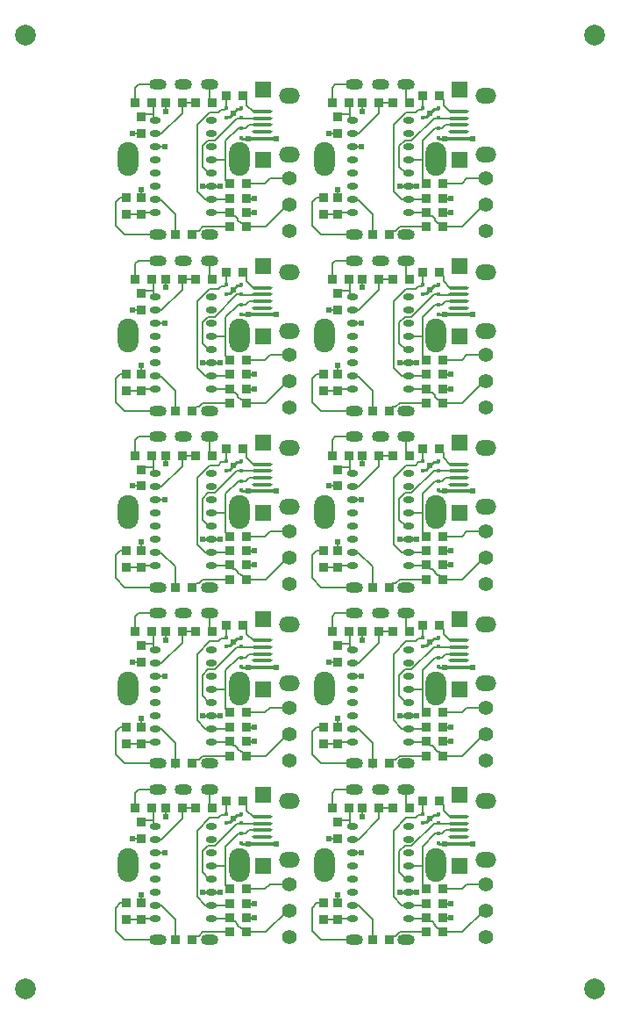
<source format=gbr>
%TF.GenerationSoftware,Altium Limited,Altium Designer,20.1.8 (145)*%
G04 Layer_Physical_Order=2*
G04 Layer_Color=16728128*
%FSLAX45Y45*%
%MOMM*%
%TF.SameCoordinates,0E9F4796-1360-41E2-86C3-8BEED11D2ECA*%
%TF.FilePolarity,Positive*%
%TF.FileFunction,Copper,L2,Bot,Signal*%
%TF.Part,CustomerPanel*%
G01*
G75*
%TA.AperFunction,ComponentPad*%
G04:AMPARAMS|DCode=10|XSize=2mm|YSize=3.25mm|CornerRadius=1mm|HoleSize=0mm|Usage=FLASHONLY|Rotation=180.000|XOffset=0mm|YOffset=0mm|HoleType=Round|Shape=RoundedRectangle|*
%AMROUNDEDRECTD10*
21,1,2.00000,1.25000,0,0,180.0*
21,1,0.00000,3.25000,0,0,180.0*
1,1,2.00000,0.00000,0.62500*
1,1,2.00000,0.00000,0.62500*
1,1,2.00000,0.00000,-0.62500*
1,1,2.00000,0.00000,-0.62500*
%
%ADD10ROUNDEDRECTD10*%
%ADD11O,2.00000X3.25000*%
%ADD12O,1.70000X1.00000*%
%ADD13O,2.00000X1.50000*%
G04:AMPARAMS|DCode=14|XSize=1.4mm|YSize=1.4mm|CornerRadius=0.7mm|HoleSize=0mm|Usage=FLASHONLY|Rotation=270.000|XOffset=0mm|YOffset=0mm|HoleType=Round|Shape=RoundedRectangle|*
%AMROUNDEDRECTD14*
21,1,1.40000,0.00000,0,0,270.0*
21,1,0.00000,1.40000,0,0,270.0*
1,1,1.40000,0.00000,0.00000*
1,1,1.40000,0.00000,0.00000*
1,1,1.40000,0.00000,0.00000*
1,1,1.40000,0.00000,0.00000*
%
%ADD14ROUNDEDRECTD14*%
%TA.AperFunction,ViaPad*%
%ADD15C,0.61000*%
%TA.AperFunction,SMDPad,CuDef*%
%ADD16C,2.00000*%
G04:AMPARAMS|DCode=17|XSize=1.6mm|YSize=1.6mm|CornerRadius=0.008mm|HoleSize=0mm|Usage=FLASHONLY|Rotation=270.000|XOffset=0mm|YOffset=0mm|HoleType=Round|Shape=RoundedRectangle|*
%AMROUNDEDRECTD17*
21,1,1.60000,1.58400,0,0,270.0*
21,1,1.58400,1.60000,0,0,270.0*
1,1,0.01600,-0.79200,-0.79200*
1,1,0.01600,-0.79200,0.79200*
1,1,0.01600,0.79200,0.79200*
1,1,0.01600,0.79200,-0.79200*
%
%ADD17ROUNDEDRECTD17*%
%TA.AperFunction,ConnectorPad*%
G04:AMPARAMS|DCode=18|XSize=0.35mm|YSize=2mm|CornerRadius=0.175mm|HoleSize=0mm|Usage=FLASHONLY|Rotation=270.000|XOffset=0mm|YOffset=0mm|HoleType=Round|Shape=RoundedRectangle|*
%AMROUNDEDRECTD18*
21,1,0.35000,1.65000,0,0,270.0*
21,1,0.00000,2.00000,0,0,270.0*
1,1,0.35000,-0.82500,0.00000*
1,1,0.35000,-0.82500,0.00000*
1,1,0.35000,0.82500,0.00000*
1,1,0.35000,0.82500,0.00000*
%
%ADD18ROUNDEDRECTD18*%
%TA.AperFunction,SMDPad,CuDef*%
G04:AMPARAMS|DCode=19|XSize=0.9mm|YSize=0.9mm|CornerRadius=0.045mm|HoleSize=0mm|Usage=FLASHONLY|Rotation=180.000|XOffset=0mm|YOffset=0mm|HoleType=Round|Shape=RoundedRectangle|*
%AMROUNDEDRECTD19*
21,1,0.90000,0.81000,0,0,180.0*
21,1,0.81000,0.90000,0,0,180.0*
1,1,0.09000,-0.40500,0.40500*
1,1,0.09000,0.40500,0.40500*
1,1,0.09000,0.40500,-0.40500*
1,1,0.09000,-0.40500,-0.40500*
%
%ADD19ROUNDEDRECTD19*%
%ADD20O,1.05000X0.60000*%
G04:AMPARAMS|DCode=21|XSize=0.4mm|YSize=0.4mm|CornerRadius=0.002mm|HoleSize=0mm|Usage=FLASHONLY|Rotation=270.000|XOffset=0mm|YOffset=0mm|HoleType=Round|Shape=RoundedRectangle|*
%AMROUNDEDRECTD21*
21,1,0.40000,0.39600,0,0,270.0*
21,1,0.39600,0.40000,0,0,270.0*
1,1,0.00400,-0.19800,-0.19800*
1,1,0.00400,-0.19800,0.19800*
1,1,0.00400,0.19800,0.19800*
1,1,0.00400,0.19800,-0.19800*
%
%ADD21ROUNDEDRECTD21*%
G04:AMPARAMS|DCode=22|XSize=0.9mm|YSize=0.9mm|CornerRadius=0.0045mm|HoleSize=0mm|Usage=FLASHONLY|Rotation=0.000|XOffset=0mm|YOffset=0mm|HoleType=Round|Shape=RoundedRectangle|*
%AMROUNDEDRECTD22*
21,1,0.90000,0.89100,0,0,0.0*
21,1,0.89100,0.90000,0,0,0.0*
1,1,0.00900,0.44550,-0.44550*
1,1,0.00900,-0.44550,-0.44550*
1,1,0.00900,-0.44550,0.44550*
1,1,0.00900,0.44550,0.44550*
%
%ADD22ROUNDEDRECTD22*%
G04:AMPARAMS|DCode=23|XSize=0.9mm|YSize=0.9mm|CornerRadius=0.0045mm|HoleSize=0mm|Usage=FLASHONLY|Rotation=90.000|XOffset=0mm|YOffset=0mm|HoleType=Round|Shape=RoundedRectangle|*
%AMROUNDEDRECTD23*
21,1,0.90000,0.89100,0,0,90.0*
21,1,0.89100,0.90000,0,0,90.0*
1,1,0.00900,0.44550,0.44550*
1,1,0.00900,0.44550,-0.44550*
1,1,0.00900,-0.44550,-0.44550*
1,1,0.00900,-0.44550,0.44550*
%
%ADD23ROUNDEDRECTD23*%
%TA.AperFunction,Conductor*%
%ADD24C,0.12700*%
%ADD25C,0.15240*%
%ADD26C,0.22860*%
%ADD27C,0.27940*%
%ADD28C,0.35560*%
D10*
X2765300Y1500500D02*
D03*
X4665300D02*
D03*
X2765300Y3200500D02*
D03*
X4665300D02*
D03*
X2765300Y4900500D02*
D03*
X4665300D02*
D03*
X2765300Y6600500D02*
D03*
X4665300D02*
D03*
X2765300Y8300500D02*
D03*
X4665300D02*
D03*
D11*
X1690300Y1500500D02*
D03*
X3590300D02*
D03*
X1690300Y3200500D02*
D03*
X3590300D02*
D03*
X1690300Y4900500D02*
D03*
X3590300D02*
D03*
X1690300Y6600500D02*
D03*
X3590300D02*
D03*
X1690300Y8300500D02*
D03*
X3590300D02*
D03*
D12*
X2477800Y2225500D02*
D03*
X1977800D02*
D03*
X2227800D02*
D03*
X2477800Y775500D02*
D03*
X1977800D02*
D03*
X4377800Y2225500D02*
D03*
X3877800D02*
D03*
X4127800D02*
D03*
X4377800Y775500D02*
D03*
X3877800D02*
D03*
X2477800Y3925500D02*
D03*
X1977800D02*
D03*
X2227800D02*
D03*
X2477800Y2475500D02*
D03*
X1977800D02*
D03*
X4377800Y3925500D02*
D03*
X3877800D02*
D03*
X4127800D02*
D03*
X4377800Y2475500D02*
D03*
X3877800D02*
D03*
X2477800Y5625500D02*
D03*
X1977800D02*
D03*
X2227800D02*
D03*
X2477800Y4175500D02*
D03*
X1977800D02*
D03*
X4377800Y5625500D02*
D03*
X3877800D02*
D03*
X4127800D02*
D03*
X4377800Y4175500D02*
D03*
X3877800D02*
D03*
X2477800Y7325500D02*
D03*
X1977800D02*
D03*
X2227800D02*
D03*
X2477800Y5875500D02*
D03*
X1977800D02*
D03*
X4377800Y7325500D02*
D03*
X3877800D02*
D03*
X4127800D02*
D03*
X4377800Y5875500D02*
D03*
X3877800D02*
D03*
X2477800Y9025500D02*
D03*
X1977800D02*
D03*
X2227800D02*
D03*
X2477800Y7575500D02*
D03*
X1977800D02*
D03*
X4377800Y9025500D02*
D03*
X3877800D02*
D03*
X4127800D02*
D03*
X4377800Y7575500D02*
D03*
X3877800D02*
D03*
D13*
X3248800Y1549000D02*
D03*
Y2115000D02*
D03*
X5148800Y1549000D02*
D03*
Y2115000D02*
D03*
X3248800Y3249000D02*
D03*
Y3815000D02*
D03*
X5148800Y3249000D02*
D03*
Y3815000D02*
D03*
X3248800Y4949000D02*
D03*
Y5515000D02*
D03*
X5148800Y4949000D02*
D03*
Y5515000D02*
D03*
X3248800Y6649000D02*
D03*
Y7215000D02*
D03*
X5148800Y6649000D02*
D03*
Y7215000D02*
D03*
X3248800Y8349000D02*
D03*
Y8915000D02*
D03*
X5148800Y8349000D02*
D03*
Y8915000D02*
D03*
D14*
X3248800Y806680D02*
D03*
Y1314680D02*
D03*
Y1060680D02*
D03*
X5148800Y806680D02*
D03*
Y1314680D02*
D03*
Y1060680D02*
D03*
X3248800Y2506680D02*
D03*
Y3014680D02*
D03*
Y2760680D02*
D03*
X5148800Y2506680D02*
D03*
Y3014680D02*
D03*
Y2760680D02*
D03*
X3248800Y4206680D02*
D03*
Y4714680D02*
D03*
Y4460680D02*
D03*
X5148800Y4206680D02*
D03*
Y4714680D02*
D03*
Y4460680D02*
D03*
X3248800Y5906680D02*
D03*
Y6414680D02*
D03*
Y6160680D02*
D03*
X5148800Y5906680D02*
D03*
Y6414680D02*
D03*
Y6160680D02*
D03*
X3248800Y7606680D02*
D03*
Y8114680D02*
D03*
Y7860680D02*
D03*
X5148800Y7606680D02*
D03*
Y8114680D02*
D03*
Y7860680D02*
D03*
D15*
X2709428Y1947080D02*
D03*
X1817500Y1210842D02*
D03*
X2583234Y1238480D02*
D03*
X2912875Y1127602D02*
D03*
X1735356Y1751540D02*
D03*
X2912875Y988785D02*
D03*
X3120520Y1702000D02*
D03*
X2414726Y1238480D02*
D03*
X2055770Y1965042D02*
D03*
X2045616Y1619480D02*
D03*
X2852243Y1702000D02*
D03*
X4609428Y1947080D02*
D03*
X3717500Y1210842D02*
D03*
X4483234Y1238480D02*
D03*
X4812875Y1127602D02*
D03*
X3635356Y1751540D02*
D03*
X4812875Y988785D02*
D03*
X5020520Y1702000D02*
D03*
X4314726Y1238480D02*
D03*
X3955770Y1965042D02*
D03*
X3945616Y1619480D02*
D03*
X4752243Y1702000D02*
D03*
X2709428Y3647080D02*
D03*
X1817500Y2910842D02*
D03*
X2583234Y2938480D02*
D03*
X2912875Y2827602D02*
D03*
X1735356Y3451540D02*
D03*
X2912875Y2688785D02*
D03*
X3120520Y3402000D02*
D03*
X2414726Y2938480D02*
D03*
X2055770Y3665042D02*
D03*
X2045616Y3319480D02*
D03*
X2852243Y3402000D02*
D03*
X4609428Y3647080D02*
D03*
X3717500Y2910842D02*
D03*
X4483234Y2938480D02*
D03*
X4812875Y2827602D02*
D03*
X3635356Y3451540D02*
D03*
X4812875Y2688785D02*
D03*
X5020520Y3402000D02*
D03*
X4314726Y2938480D02*
D03*
X3955770Y3665042D02*
D03*
X3945616Y3319480D02*
D03*
X4752243Y3402000D02*
D03*
X2709428Y5347080D02*
D03*
X1817500Y4610842D02*
D03*
X2583234Y4638480D02*
D03*
X2912875Y4527602D02*
D03*
X1735356Y5151540D02*
D03*
X2912875Y4388785D02*
D03*
X3120520Y5102000D02*
D03*
X2414726Y4638480D02*
D03*
X2055770Y5365043D02*
D03*
X2045616Y5019480D02*
D03*
X2852243Y5102000D02*
D03*
X4609428Y5347080D02*
D03*
X3717500Y4610842D02*
D03*
X4483234Y4638480D02*
D03*
X4812875Y4527602D02*
D03*
X3635356Y5151540D02*
D03*
X4812875Y4388785D02*
D03*
X5020520Y5102000D02*
D03*
X4314726Y4638480D02*
D03*
X3955770Y5365043D02*
D03*
X3945616Y5019480D02*
D03*
X4752243Y5102000D02*
D03*
X2709428Y7047080D02*
D03*
X1817500Y6310843D02*
D03*
X2583234Y6338480D02*
D03*
X2912875Y6227602D02*
D03*
X1735356Y6851540D02*
D03*
X2912875Y6088786D02*
D03*
X3120520Y6802000D02*
D03*
X2414726Y6338480D02*
D03*
X2055770Y7065043D02*
D03*
X2045616Y6719480D02*
D03*
X2852243Y6802000D02*
D03*
X4609428Y7047080D02*
D03*
X3717500Y6310843D02*
D03*
X4483234Y6338480D02*
D03*
X4812875Y6227602D02*
D03*
X3635356Y6851540D02*
D03*
X4812875Y6088786D02*
D03*
X5020520Y6802000D02*
D03*
X4314726Y6338480D02*
D03*
X3955770Y7065043D02*
D03*
X3945616Y6719480D02*
D03*
X4752243Y6802000D02*
D03*
X2709428Y8747080D02*
D03*
X1817500Y8010843D02*
D03*
X2583234Y8038480D02*
D03*
X2912875Y7927602D02*
D03*
X1735356Y8551540D02*
D03*
X2912875Y7788786D02*
D03*
X3120520Y8502000D02*
D03*
X2414726Y8038480D02*
D03*
X2055770Y8765043D02*
D03*
X2045616Y8419480D02*
D03*
X2852243Y8502000D02*
D03*
X4609428Y8747080D02*
D03*
X3717500Y8010843D02*
D03*
X4483234Y8038480D02*
D03*
X4812875Y7927602D02*
D03*
X3635356Y8551540D02*
D03*
X4812875Y7788786D02*
D03*
X5020520Y8502000D02*
D03*
X4314726Y8038480D02*
D03*
X3955770Y8765043D02*
D03*
X3945616Y8419480D02*
D03*
X4752243Y8502000D02*
D03*
D16*
X6200000Y9500000D02*
D03*
X700000D02*
D03*
X6200000Y300000D02*
D03*
X700000D02*
D03*
D17*
X2993800Y1492000D02*
D03*
Y2172000D02*
D03*
X4893800Y1492000D02*
D03*
Y2172000D02*
D03*
X2993800Y3192000D02*
D03*
Y3872000D02*
D03*
X4893800Y3192000D02*
D03*
Y3872000D02*
D03*
X2993800Y4892000D02*
D03*
Y5572000D02*
D03*
X4893800Y4892000D02*
D03*
Y5572000D02*
D03*
X2993800Y6592000D02*
D03*
Y7272000D02*
D03*
X4893800Y6592000D02*
D03*
Y7272000D02*
D03*
X2993800Y8292000D02*
D03*
Y8972000D02*
D03*
X4893800Y8292000D02*
D03*
Y8972000D02*
D03*
D18*
X2986300Y1832000D02*
D03*
Y1702000D02*
D03*
Y1767000D02*
D03*
Y1962000D02*
D03*
Y1897000D02*
D03*
X4886300Y1832000D02*
D03*
Y1702000D02*
D03*
Y1767000D02*
D03*
Y1962000D02*
D03*
Y1897000D02*
D03*
X2986300Y3532000D02*
D03*
Y3402000D02*
D03*
Y3467000D02*
D03*
Y3662000D02*
D03*
Y3597000D02*
D03*
X4886300Y3532000D02*
D03*
Y3402000D02*
D03*
Y3467000D02*
D03*
Y3662000D02*
D03*
Y3597000D02*
D03*
X2986300Y5232000D02*
D03*
Y5102000D02*
D03*
Y5167000D02*
D03*
Y5362000D02*
D03*
Y5297000D02*
D03*
X4886300Y5232000D02*
D03*
Y5102000D02*
D03*
Y5167000D02*
D03*
Y5362000D02*
D03*
Y5297000D02*
D03*
X2986300Y6932000D02*
D03*
Y6802000D02*
D03*
Y6867000D02*
D03*
Y7062000D02*
D03*
Y6997000D02*
D03*
X4886300Y6932000D02*
D03*
Y6802000D02*
D03*
Y6867000D02*
D03*
Y7062000D02*
D03*
Y6997000D02*
D03*
X2986300Y8632000D02*
D03*
Y8502000D02*
D03*
Y8567000D02*
D03*
Y8762000D02*
D03*
Y8697000D02*
D03*
X4886300Y8632000D02*
D03*
Y8502000D02*
D03*
Y8567000D02*
D03*
Y8762000D02*
D03*
Y8697000D02*
D03*
D19*
X2801140Y2112860D02*
D03*
X2641140D02*
D03*
X4701140D02*
D03*
X4541140D02*
D03*
X2801140Y3812860D02*
D03*
X2641140D02*
D03*
X4701140D02*
D03*
X4541140D02*
D03*
X2801140Y5512860D02*
D03*
X2641140D02*
D03*
X4701140D02*
D03*
X4541140D02*
D03*
X2801140Y7212860D02*
D03*
X2641140D02*
D03*
X4701140D02*
D03*
X4541140D02*
D03*
X2801140Y8912860D02*
D03*
X2641140D02*
D03*
X4701140D02*
D03*
X4541140D02*
D03*
D20*
X1958980Y984480D02*
D03*
Y1111480D02*
D03*
Y1238480D02*
D03*
Y1365480D02*
D03*
Y1492480D02*
D03*
Y1619480D02*
D03*
Y1746480D02*
D03*
Y1873480D02*
D03*
X2498980Y984480D02*
D03*
Y1111480D02*
D03*
Y1238480D02*
D03*
Y1365480D02*
D03*
Y1492480D02*
D03*
Y1619480D02*
D03*
Y1746480D02*
D03*
Y1873480D02*
D03*
X3858980Y984480D02*
D03*
Y1111480D02*
D03*
Y1238480D02*
D03*
Y1365480D02*
D03*
Y1492480D02*
D03*
Y1619480D02*
D03*
Y1746480D02*
D03*
Y1873480D02*
D03*
X4398980Y984480D02*
D03*
Y1111480D02*
D03*
Y1238480D02*
D03*
Y1365480D02*
D03*
Y1492480D02*
D03*
Y1619480D02*
D03*
Y1746480D02*
D03*
Y1873480D02*
D03*
X1958980Y2684480D02*
D03*
Y2811480D02*
D03*
Y2938480D02*
D03*
Y3065480D02*
D03*
Y3192480D02*
D03*
Y3319480D02*
D03*
Y3446480D02*
D03*
Y3573480D02*
D03*
X2498980Y2684480D02*
D03*
Y2811480D02*
D03*
Y2938480D02*
D03*
Y3065480D02*
D03*
Y3192480D02*
D03*
Y3319480D02*
D03*
Y3446480D02*
D03*
Y3573480D02*
D03*
X3858980Y2684480D02*
D03*
Y2811480D02*
D03*
Y2938480D02*
D03*
Y3065480D02*
D03*
Y3192480D02*
D03*
Y3319480D02*
D03*
Y3446480D02*
D03*
Y3573480D02*
D03*
X4398980Y2684480D02*
D03*
Y2811480D02*
D03*
Y2938480D02*
D03*
Y3065480D02*
D03*
Y3192480D02*
D03*
Y3319480D02*
D03*
Y3446480D02*
D03*
Y3573480D02*
D03*
X1958980Y4384480D02*
D03*
Y4511480D02*
D03*
Y4638480D02*
D03*
Y4765480D02*
D03*
Y4892480D02*
D03*
Y5019480D02*
D03*
Y5146480D02*
D03*
Y5273480D02*
D03*
X2498980Y4384480D02*
D03*
Y4511480D02*
D03*
Y4638480D02*
D03*
Y4765480D02*
D03*
Y4892480D02*
D03*
Y5019480D02*
D03*
Y5146480D02*
D03*
Y5273480D02*
D03*
X3858980Y4384480D02*
D03*
Y4511480D02*
D03*
Y4638480D02*
D03*
Y4765480D02*
D03*
Y4892480D02*
D03*
Y5019480D02*
D03*
Y5146480D02*
D03*
Y5273480D02*
D03*
X4398980Y4384480D02*
D03*
Y4511480D02*
D03*
Y4638480D02*
D03*
Y4765480D02*
D03*
Y4892480D02*
D03*
Y5019480D02*
D03*
Y5146480D02*
D03*
Y5273480D02*
D03*
X1958980Y6084480D02*
D03*
Y6211480D02*
D03*
Y6338480D02*
D03*
Y6465480D02*
D03*
Y6592480D02*
D03*
Y6719480D02*
D03*
Y6846480D02*
D03*
Y6973480D02*
D03*
X2498980Y6084480D02*
D03*
Y6211480D02*
D03*
Y6338480D02*
D03*
Y6465480D02*
D03*
Y6592480D02*
D03*
Y6719480D02*
D03*
Y6846480D02*
D03*
Y6973480D02*
D03*
X3858980Y6084480D02*
D03*
Y6211480D02*
D03*
Y6338480D02*
D03*
Y6465480D02*
D03*
Y6592480D02*
D03*
Y6719480D02*
D03*
Y6846480D02*
D03*
Y6973480D02*
D03*
X4398980Y6084480D02*
D03*
Y6211480D02*
D03*
Y6338480D02*
D03*
Y6465480D02*
D03*
Y6592480D02*
D03*
Y6719480D02*
D03*
Y6846480D02*
D03*
Y6973480D02*
D03*
X1958980Y7784480D02*
D03*
Y7911480D02*
D03*
Y8038480D02*
D03*
Y8165480D02*
D03*
Y8292480D02*
D03*
Y8419480D02*
D03*
Y8546480D02*
D03*
Y8673480D02*
D03*
X2498980Y7784480D02*
D03*
Y7911480D02*
D03*
Y8038480D02*
D03*
Y8165480D02*
D03*
Y8292480D02*
D03*
Y8419480D02*
D03*
Y8546480D02*
D03*
Y8673480D02*
D03*
X3858980Y7784480D02*
D03*
Y7911480D02*
D03*
Y8038480D02*
D03*
Y8165480D02*
D03*
Y8292480D02*
D03*
Y8419480D02*
D03*
Y8546480D02*
D03*
Y8673480D02*
D03*
X4398980Y7784480D02*
D03*
Y7911480D02*
D03*
Y8038480D02*
D03*
Y8165480D02*
D03*
Y8292480D02*
D03*
Y8419480D02*
D03*
Y8546480D02*
D03*
Y8673480D02*
D03*
D21*
X2788248Y1799620D02*
D03*
Y1709619D02*
D03*
Y1992080D02*
D03*
Y1902080D02*
D03*
X2641440Y1992080D02*
D03*
Y1902080D02*
D03*
X4688248Y1799620D02*
D03*
Y1709619D02*
D03*
Y1992080D02*
D03*
Y1902080D02*
D03*
X4541440Y1992080D02*
D03*
Y1902080D02*
D03*
X2788248Y3499620D02*
D03*
Y3409620D02*
D03*
Y3692080D02*
D03*
Y3602080D02*
D03*
X2641440Y3692080D02*
D03*
Y3602080D02*
D03*
X4688248Y3499620D02*
D03*
Y3409620D02*
D03*
Y3692080D02*
D03*
Y3602080D02*
D03*
X4541440Y3692080D02*
D03*
Y3602080D02*
D03*
X2788248Y5199620D02*
D03*
Y5109620D02*
D03*
Y5392080D02*
D03*
Y5302080D02*
D03*
X2641440Y5392080D02*
D03*
Y5302080D02*
D03*
X4688248Y5199620D02*
D03*
Y5109620D02*
D03*
Y5392080D02*
D03*
Y5302080D02*
D03*
X4541440Y5392080D02*
D03*
Y5302080D02*
D03*
X2788248Y6899620D02*
D03*
Y6809620D02*
D03*
Y7092080D02*
D03*
Y7002080D02*
D03*
X2641440Y7092080D02*
D03*
Y7002080D02*
D03*
X4688248Y6899620D02*
D03*
Y6809620D02*
D03*
Y7092080D02*
D03*
Y7002080D02*
D03*
X4541440Y7092080D02*
D03*
Y7002080D02*
D03*
X2788248Y8599620D02*
D03*
Y8509620D02*
D03*
Y8792080D02*
D03*
Y8702080D02*
D03*
X2641440Y8792080D02*
D03*
Y8702080D02*
D03*
X4688248Y8599620D02*
D03*
Y8509620D02*
D03*
Y8792080D02*
D03*
Y8702080D02*
D03*
X4541440Y8792080D02*
D03*
Y8702080D02*
D03*
D22*
X2152840Y775500D02*
D03*
X2312840D02*
D03*
X1680340Y969240D02*
D03*
Y1129240D02*
D03*
X1816600Y1751540D02*
D03*
Y1911540D02*
D03*
X1817500Y969240D02*
D03*
Y1129240D02*
D03*
X4052840Y775500D02*
D03*
X4212840D02*
D03*
X3580340Y969240D02*
D03*
Y1129240D02*
D03*
X3716600Y1751540D02*
D03*
Y1911540D02*
D03*
X3717500Y969240D02*
D03*
Y1129240D02*
D03*
X2152840Y2475500D02*
D03*
X2312840D02*
D03*
X1680340Y2669240D02*
D03*
Y2829240D02*
D03*
X1816600Y3451540D02*
D03*
Y3611540D02*
D03*
X1817500Y2669240D02*
D03*
Y2829240D02*
D03*
X4052840Y2475500D02*
D03*
X4212840D02*
D03*
X3580340Y2669240D02*
D03*
Y2829240D02*
D03*
X3716600Y3451540D02*
D03*
Y3611540D02*
D03*
X3717500Y2669240D02*
D03*
Y2829240D02*
D03*
X2152840Y4175500D02*
D03*
X2312840D02*
D03*
X1680340Y4369240D02*
D03*
Y4529240D02*
D03*
X1816600Y5151540D02*
D03*
Y5311540D02*
D03*
X1817500Y4369240D02*
D03*
Y4529240D02*
D03*
X4052840Y4175500D02*
D03*
X4212840D02*
D03*
X3580340Y4369240D02*
D03*
Y4529240D02*
D03*
X3716600Y5151540D02*
D03*
Y5311540D02*
D03*
X3717500Y4369240D02*
D03*
Y4529240D02*
D03*
X2152840Y5875500D02*
D03*
X2312840D02*
D03*
X1680340Y6069240D02*
D03*
Y6229240D02*
D03*
X1816600Y6851540D02*
D03*
Y7011540D02*
D03*
X1817500Y6069240D02*
D03*
Y6229240D02*
D03*
X4052840Y5875500D02*
D03*
X4212840D02*
D03*
X3580340Y6069240D02*
D03*
Y6229240D02*
D03*
X3716600Y6851540D02*
D03*
Y7011540D02*
D03*
X3717500Y6069240D02*
D03*
Y6229240D02*
D03*
X2152840Y7575500D02*
D03*
X2312840D02*
D03*
X1680340Y7769240D02*
D03*
Y7929240D02*
D03*
X1816600Y8551540D02*
D03*
Y8711540D02*
D03*
X1817500Y7769240D02*
D03*
Y7929240D02*
D03*
X4052840Y7575500D02*
D03*
X4212840D02*
D03*
X3580340Y7769240D02*
D03*
Y7929240D02*
D03*
X3716600Y8551540D02*
D03*
Y8711540D02*
D03*
X3717500Y7769240D02*
D03*
Y7929240D02*
D03*
D23*
X2674904Y1127602D02*
D03*
X2834904D02*
D03*
X2674904Y849969D02*
D03*
X2834904D02*
D03*
X2674904Y988785D02*
D03*
X2834904D02*
D03*
X2674904Y1266418D02*
D03*
X2834904D02*
D03*
X1763340Y2046325D02*
D03*
X1923340D02*
D03*
X2348199D02*
D03*
X2508199D02*
D03*
X2215770D02*
D03*
X2055770D02*
D03*
X4574904Y1127602D02*
D03*
X4734904D02*
D03*
X4574904Y849969D02*
D03*
X4734904D02*
D03*
X4574904Y988785D02*
D03*
X4734904D02*
D03*
X4574904Y1266418D02*
D03*
X4734904D02*
D03*
X3663340Y2046325D02*
D03*
X3823340D02*
D03*
X4248199D02*
D03*
X4408199D02*
D03*
X4115770D02*
D03*
X3955770D02*
D03*
X2674904Y2827602D02*
D03*
X2834904D02*
D03*
X2674904Y2549969D02*
D03*
X2834904D02*
D03*
X2674904Y2688785D02*
D03*
X2834904D02*
D03*
X2674904Y2966419D02*
D03*
X2834904D02*
D03*
X1763340Y3746325D02*
D03*
X1923340D02*
D03*
X2348199D02*
D03*
X2508199D02*
D03*
X2215770D02*
D03*
X2055770D02*
D03*
X4574904Y2827602D02*
D03*
X4734904D02*
D03*
X4574904Y2549969D02*
D03*
X4734904D02*
D03*
X4574904Y2688785D02*
D03*
X4734904D02*
D03*
X4574904Y2966419D02*
D03*
X4734904D02*
D03*
X3663340Y3746325D02*
D03*
X3823340D02*
D03*
X4248199D02*
D03*
X4408199D02*
D03*
X4115770D02*
D03*
X3955770D02*
D03*
X2674904Y4527602D02*
D03*
X2834904D02*
D03*
X2674904Y4249969D02*
D03*
X2834904D02*
D03*
X2674904Y4388785D02*
D03*
X2834904D02*
D03*
X2674904Y4666419D02*
D03*
X2834904D02*
D03*
X1763340Y5446325D02*
D03*
X1923340D02*
D03*
X2348199D02*
D03*
X2508199D02*
D03*
X2215770D02*
D03*
X2055770D02*
D03*
X4574904Y4527602D02*
D03*
X4734904D02*
D03*
X4574904Y4249969D02*
D03*
X4734904D02*
D03*
X4574904Y4388785D02*
D03*
X4734904D02*
D03*
X4574904Y4666419D02*
D03*
X4734904D02*
D03*
X3663340Y5446325D02*
D03*
X3823340D02*
D03*
X4248199D02*
D03*
X4408199D02*
D03*
X4115770D02*
D03*
X3955770D02*
D03*
X2674904Y6227602D02*
D03*
X2834904D02*
D03*
X2674904Y5949969D02*
D03*
X2834904D02*
D03*
X2674904Y6088786D02*
D03*
X2834904D02*
D03*
X2674904Y6366419D02*
D03*
X2834904D02*
D03*
X1763340Y7146325D02*
D03*
X1923340D02*
D03*
X2348199D02*
D03*
X2508199D02*
D03*
X2215770D02*
D03*
X2055770D02*
D03*
X4574904Y6227602D02*
D03*
X4734904D02*
D03*
X4574904Y5949969D02*
D03*
X4734904D02*
D03*
X4574904Y6088786D02*
D03*
X4734904D02*
D03*
X4574904Y6366419D02*
D03*
X4734904D02*
D03*
X3663340Y7146325D02*
D03*
X3823340D02*
D03*
X4248199D02*
D03*
X4408199D02*
D03*
X4115770D02*
D03*
X3955770D02*
D03*
X2674904Y7927602D02*
D03*
X2834904D02*
D03*
X2674904Y7649969D02*
D03*
X2834904D02*
D03*
X2674904Y7788786D02*
D03*
X2834904D02*
D03*
X2674904Y8066419D02*
D03*
X2834904D02*
D03*
X1763340Y8846325D02*
D03*
X1923340D02*
D03*
X2348199D02*
D03*
X2508199D02*
D03*
X2215770D02*
D03*
X2055770D02*
D03*
X4574904Y7927602D02*
D03*
X4734904D02*
D03*
X4574904Y7649969D02*
D03*
X4734904D02*
D03*
X4574904Y7788786D02*
D03*
X4734904D02*
D03*
X4574904Y8066419D02*
D03*
X4734904D02*
D03*
X3663340Y8846325D02*
D03*
X3823340D02*
D03*
X4248199D02*
D03*
X4408199D02*
D03*
X4115770D02*
D03*
X3955770D02*
D03*
D24*
X2019111Y1106730D02*
X2152840Y973000D01*
Y740793D02*
Y973000D01*
X1958980Y1111480D02*
X1963730Y1106730D01*
X2019111D01*
X2834904Y1266418D02*
X3016921D01*
X3065182Y1314679D02*
X3248800D01*
X3016921Y1266418D02*
X3065182Y1314679D01*
X3248800D02*
X3248800Y1314680D01*
X2636254Y1305069D02*
Y1492480D01*
Y1305069D02*
X2674904Y1266418D01*
X2498980Y1492480D02*
X2636254D01*
Y1678653D01*
X2757220Y1799620D01*
X2788248D01*
X2827348D01*
X2783169Y1897000D02*
X2788248Y1902080D01*
X2744959Y1897000D02*
X2783169D01*
X2788248Y1902080D02*
X2793988Y1896340D01*
X2985640D02*
X2986300Y1897000D01*
X2793988Y1896340D02*
X2985640D01*
X2827348Y1799620D02*
X2859728Y1832000D01*
X1795033Y2225500D02*
X1977800D01*
X1763340Y2193807D02*
X1795033Y2225500D01*
X2477800Y2076724D02*
X2508199Y2046325D01*
X2477800Y2076724D02*
Y2225500D01*
X1958980Y1746480D02*
X2019150D01*
X2215770Y1943100D02*
Y2046325D01*
X2019150Y1746480D02*
X2215770Y1943100D01*
X2468179Y1684308D02*
X2532267D01*
X2413966Y1630095D02*
X2468179Y1684308D01*
X2532267D02*
X2744959Y1897000D01*
X2859728Y1832000D02*
X2986300D01*
X1680340Y969240D02*
X1817500D01*
X1832740Y984480D01*
X1958980D01*
X1735356Y1751540D02*
X1816600D01*
X2055770Y1965042D02*
Y2046325D01*
X2413966Y1427634D02*
X2476121Y1365480D01*
X2413966Y1427634D02*
Y1630095D01*
X1939600Y1932179D02*
Y2030065D01*
Y1892860D02*
Y1932179D01*
X1572215Y862209D02*
X1658924Y775500D01*
X1572215Y1086526D02*
X1614928Y1129240D01*
X1572215Y862209D02*
Y1086526D01*
X1614928Y1129240D02*
X1680340D01*
X1658924Y775500D02*
X1977800D01*
X1816600Y1911540D02*
X1837239Y1932179D01*
X1939600D01*
X1923340Y2046325D02*
X1939600Y2030065D01*
Y1892860D02*
X1958980Y1873480D01*
X1817500Y1129240D02*
Y1210842D01*
X2476121Y1365480D02*
X2498980D01*
X1763340Y2046325D02*
Y2193807D01*
X2215770Y2046325D02*
X2348199D01*
X1958980Y1619480D02*
X2045616D01*
X3919111Y1106730D02*
X4052840Y973000D01*
Y740793D02*
Y973000D01*
X3858980Y1111480D02*
X3863730Y1106730D01*
X3919111D01*
X4734904Y1266418D02*
X4916921D01*
X4965182Y1314679D02*
X5148800D01*
X4916921Y1266418D02*
X4965182Y1314679D01*
X5148800D02*
X5148800Y1314680D01*
X4536254Y1305069D02*
Y1492480D01*
Y1305069D02*
X4574904Y1266418D01*
X4398980Y1492480D02*
X4536254D01*
Y1678653D01*
X4657220Y1799620D01*
X4688248D01*
X4727348D01*
X4683169Y1897000D02*
X4688248Y1902080D01*
X4644959Y1897000D02*
X4683169D01*
X4688248Y1902080D02*
X4693988Y1896340D01*
X4885640D02*
X4886300Y1897000D01*
X4693988Y1896340D02*
X4885640D01*
X4727348Y1799620D02*
X4759728Y1832000D01*
X3695033Y2225500D02*
X3877800D01*
X3663340Y2193807D02*
X3695033Y2225500D01*
X4377800Y2076724D02*
X4408199Y2046325D01*
X4377800Y2076724D02*
Y2225500D01*
X3858980Y1746480D02*
X3919150D01*
X4115770Y1943100D02*
Y2046325D01*
X3919150Y1746480D02*
X4115770Y1943100D01*
X4368179Y1684308D02*
X4432267D01*
X4313966Y1630095D02*
X4368179Y1684308D01*
X4432267D02*
X4644959Y1897000D01*
X4759728Y1832000D02*
X4886300D01*
X3580340Y969240D02*
X3717500D01*
X3732740Y984480D01*
X3858980D01*
X3635356Y1751540D02*
X3716600D01*
X3955770Y1965042D02*
Y2046325D01*
X4313966Y1427634D02*
X4376121Y1365480D01*
X4313966Y1427634D02*
Y1630095D01*
X3839600Y1932179D02*
Y2030065D01*
Y1892860D02*
Y1932179D01*
X3472215Y862209D02*
X3558924Y775500D01*
X3472215Y1086526D02*
X3514928Y1129240D01*
X3472215Y862209D02*
Y1086526D01*
X3514928Y1129240D02*
X3580340D01*
X3558924Y775500D02*
X3877800D01*
X3716600Y1911540D02*
X3737239Y1932179D01*
X3839600D01*
X3823340Y2046325D02*
X3839600Y2030065D01*
Y1892860D02*
X3858980Y1873480D01*
X3717500Y1129240D02*
Y1210842D01*
X4376121Y1365480D02*
X4398980D01*
X3663340Y2046325D02*
Y2193807D01*
X4115770Y2046325D02*
X4248199D01*
X3858980Y1619480D02*
X3945616D01*
X2019111Y2806730D02*
X2152840Y2673000D01*
Y2440793D02*
Y2673000D01*
X1958980Y2811480D02*
X1963730Y2806730D01*
X2019111D01*
X2834904Y2966419D02*
X3016921D01*
X3065182Y3014680D02*
X3248800D01*
X3016921Y2966419D02*
X3065182Y3014680D01*
X3248800D02*
X3248800Y3014680D01*
X2636254Y3005069D02*
Y3192480D01*
Y3005069D02*
X2674904Y2966419D01*
X2498980Y3192480D02*
X2636254D01*
Y3378653D01*
X2757220Y3499620D01*
X2788248D01*
X2827348D01*
X2783169Y3597000D02*
X2788248Y3602080D01*
X2744959Y3597000D02*
X2783169D01*
X2788248Y3602080D02*
X2793988Y3596340D01*
X2985640D02*
X2986300Y3597000D01*
X2793988Y3596340D02*
X2985640D01*
X2827348Y3499620D02*
X2859728Y3532000D01*
X1795033Y3925500D02*
X1977800D01*
X1763340Y3893807D02*
X1795033Y3925500D01*
X2477800Y3776724D02*
X2508199Y3746325D01*
X2477800Y3776724D02*
Y3925500D01*
X1958980Y3446480D02*
X2019150D01*
X2215770Y3643100D02*
Y3746325D01*
X2019150Y3446480D02*
X2215770Y3643100D01*
X2468179Y3384308D02*
X2532267D01*
X2413966Y3330095D02*
X2468179Y3384308D01*
X2532267D02*
X2744959Y3597000D01*
X2859728Y3532000D02*
X2986300D01*
X1680340Y2669240D02*
X1817500D01*
X1832740Y2684480D01*
X1958980D01*
X1735356Y3451540D02*
X1816600D01*
X2055770Y3665042D02*
Y3746325D01*
X2413966Y3127634D02*
X2476121Y3065480D01*
X2413966Y3127634D02*
Y3330095D01*
X1939600Y3632179D02*
Y3730065D01*
Y3592860D02*
Y3632179D01*
X1572215Y2562210D02*
X1658924Y2475500D01*
X1572215Y2786526D02*
X1614928Y2829240D01*
X1572215Y2562210D02*
Y2786526D01*
X1614928Y2829240D02*
X1680340D01*
X1658924Y2475500D02*
X1977800D01*
X1816600Y3611540D02*
X1837239Y3632179D01*
X1939600D01*
X1923340Y3746325D02*
X1939600Y3730065D01*
Y3592860D02*
X1958980Y3573480D01*
X1817500Y2829240D02*
Y2910842D01*
X2476121Y3065480D02*
X2498980D01*
X1763340Y3746325D02*
Y3893807D01*
X2215770Y3746325D02*
X2348199D01*
X1958980Y3319480D02*
X2045616D01*
X3919111Y2806730D02*
X4052840Y2673000D01*
Y2440793D02*
Y2673000D01*
X3858980Y2811480D02*
X3863730Y2806730D01*
X3919111D01*
X4734904Y2966419D02*
X4916921D01*
X4965182Y3014680D02*
X5148800D01*
X4916921Y2966419D02*
X4965182Y3014680D01*
X5148800D02*
X5148800Y3014680D01*
X4536254Y3005069D02*
Y3192480D01*
Y3005069D02*
X4574904Y2966419D01*
X4398980Y3192480D02*
X4536254D01*
Y3378653D01*
X4657220Y3499620D01*
X4688248D01*
X4727348D01*
X4683169Y3597000D02*
X4688248Y3602080D01*
X4644959Y3597000D02*
X4683169D01*
X4688248Y3602080D02*
X4693988Y3596340D01*
X4885640D02*
X4886300Y3597000D01*
X4693988Y3596340D02*
X4885640D01*
X4727348Y3499620D02*
X4759728Y3532000D01*
X3695033Y3925500D02*
X3877800D01*
X3663340Y3893807D02*
X3695033Y3925500D01*
X4377800Y3776724D02*
X4408199Y3746325D01*
X4377800Y3776724D02*
Y3925500D01*
X3858980Y3446480D02*
X3919150D01*
X4115770Y3643100D02*
Y3746325D01*
X3919150Y3446480D02*
X4115770Y3643100D01*
X4368179Y3384308D02*
X4432267D01*
X4313966Y3330095D02*
X4368179Y3384308D01*
X4432267D02*
X4644959Y3597000D01*
X4759728Y3532000D02*
X4886300D01*
X3580340Y2669240D02*
X3717500D01*
X3732740Y2684480D01*
X3858980D01*
X3635356Y3451540D02*
X3716600D01*
X3955770Y3665042D02*
Y3746325D01*
X4313966Y3127634D02*
X4376121Y3065480D01*
X4313966Y3127634D02*
Y3330095D01*
X3839600Y3632179D02*
Y3730065D01*
Y3592860D02*
Y3632179D01*
X3472215Y2562210D02*
X3558924Y2475500D01*
X3472215Y2786526D02*
X3514928Y2829240D01*
X3472215Y2562210D02*
Y2786526D01*
X3514928Y2829240D02*
X3580340D01*
X3558924Y2475500D02*
X3877800D01*
X3716600Y3611540D02*
X3737239Y3632179D01*
X3839600D01*
X3823340Y3746325D02*
X3839600Y3730065D01*
Y3592860D02*
X3858980Y3573480D01*
X3717500Y2829240D02*
Y2910842D01*
X4376121Y3065480D02*
X4398980D01*
X3663340Y3746325D02*
Y3893807D01*
X4115770Y3746325D02*
X4248199D01*
X3858980Y3319480D02*
X3945616D01*
X2019111Y4506730D02*
X2152840Y4373000D01*
Y4140793D02*
Y4373000D01*
X1958980Y4511480D02*
X1963730Y4506730D01*
X2019111D01*
X2834904Y4666419D02*
X3016921D01*
X3065182Y4714680D02*
X3248800D01*
X3016921Y4666419D02*
X3065182Y4714680D01*
X3248800D02*
X3248800Y4714680D01*
X2636254Y4705069D02*
Y4892480D01*
Y4705069D02*
X2674904Y4666419D01*
X2498980Y4892480D02*
X2636254D01*
Y5078654D01*
X2757220Y5199620D01*
X2788248D01*
X2827348D01*
X2783169Y5297000D02*
X2788248Y5302080D01*
X2744959Y5297000D02*
X2783169D01*
X2788248Y5302080D02*
X2793988Y5296340D01*
X2985640D02*
X2986300Y5297000D01*
X2793988Y5296340D02*
X2985640D01*
X2827348Y5199620D02*
X2859728Y5232000D01*
X1795033Y5625500D02*
X1977800D01*
X1763340Y5593807D02*
X1795033Y5625500D01*
X2477800Y5476725D02*
X2508199Y5446325D01*
X2477800Y5476725D02*
Y5625500D01*
X1958980Y5146480D02*
X2019150D01*
X2215770Y5343100D02*
Y5446325D01*
X2019150Y5146480D02*
X2215770Y5343100D01*
X2468179Y5084308D02*
X2532267D01*
X2413966Y5030095D02*
X2468179Y5084308D01*
X2532267D02*
X2744959Y5297000D01*
X2859728Y5232000D02*
X2986300D01*
X1680340Y4369240D02*
X1817500D01*
X1832740Y4384480D01*
X1958980D01*
X1735356Y5151540D02*
X1816600D01*
X2055770Y5365043D02*
Y5446325D01*
X2413966Y4827634D02*
X2476121Y4765480D01*
X2413966Y4827634D02*
Y5030095D01*
X1939600Y5332180D02*
Y5430065D01*
Y5292860D02*
Y5332180D01*
X1572215Y4262210D02*
X1658924Y4175500D01*
X1572215Y4486526D02*
X1614928Y4529240D01*
X1572215Y4262210D02*
Y4486526D01*
X1614928Y4529240D02*
X1680340D01*
X1658924Y4175500D02*
X1977800D01*
X1816600Y5311540D02*
X1837239Y5332180D01*
X1939600D01*
X1923340Y5446325D02*
X1939600Y5430065D01*
Y5292860D02*
X1958980Y5273480D01*
X1817500Y4529240D02*
Y4610842D01*
X2476121Y4765480D02*
X2498980D01*
X1763340Y5446325D02*
Y5593807D01*
X2215770Y5446325D02*
X2348199D01*
X1958980Y5019480D02*
X2045616D01*
X3919111Y4506730D02*
X4052840Y4373000D01*
Y4140793D02*
Y4373000D01*
X3858980Y4511480D02*
X3863730Y4506730D01*
X3919111D01*
X4734904Y4666419D02*
X4916921D01*
X4965182Y4714680D02*
X5148800D01*
X4916921Y4666419D02*
X4965182Y4714680D01*
X5148800D02*
X5148800Y4714680D01*
X4536254Y4705069D02*
Y4892480D01*
Y4705069D02*
X4574904Y4666419D01*
X4398980Y4892480D02*
X4536254D01*
Y5078654D01*
X4657220Y5199620D01*
X4688248D01*
X4727348D01*
X4683169Y5297000D02*
X4688248Y5302080D01*
X4644959Y5297000D02*
X4683169D01*
X4688248Y5302080D02*
X4693988Y5296340D01*
X4885640D02*
X4886300Y5297000D01*
X4693988Y5296340D02*
X4885640D01*
X4727348Y5199620D02*
X4759728Y5232000D01*
X3695033Y5625500D02*
X3877800D01*
X3663340Y5593807D02*
X3695033Y5625500D01*
X4377800Y5476725D02*
X4408199Y5446325D01*
X4377800Y5476725D02*
Y5625500D01*
X3858980Y5146480D02*
X3919150D01*
X4115770Y5343100D02*
Y5446325D01*
X3919150Y5146480D02*
X4115770Y5343100D01*
X4368179Y5084308D02*
X4432267D01*
X4313966Y5030095D02*
X4368179Y5084308D01*
X4432267D02*
X4644959Y5297000D01*
X4759728Y5232000D02*
X4886300D01*
X3580340Y4369240D02*
X3717500D01*
X3732740Y4384480D01*
X3858980D01*
X3635356Y5151540D02*
X3716600D01*
X3955770Y5365043D02*
Y5446325D01*
X4313966Y4827634D02*
X4376121Y4765480D01*
X4313966Y4827634D02*
Y5030095D01*
X3839600Y5332180D02*
Y5430065D01*
Y5292860D02*
Y5332180D01*
X3472215Y4262210D02*
X3558924Y4175500D01*
X3472215Y4486526D02*
X3514928Y4529240D01*
X3472215Y4262210D02*
Y4486526D01*
X3514928Y4529240D02*
X3580340D01*
X3558924Y4175500D02*
X3877800D01*
X3716600Y5311540D02*
X3737239Y5332180D01*
X3839600D01*
X3823340Y5446325D02*
X3839600Y5430065D01*
Y5292860D02*
X3858980Y5273480D01*
X3717500Y4529240D02*
Y4610842D01*
X4376121Y4765480D02*
X4398980D01*
X3663340Y5446325D02*
Y5593807D01*
X4115770Y5446325D02*
X4248199D01*
X3858980Y5019480D02*
X3945616D01*
X2019111Y6206730D02*
X2152840Y6073001D01*
Y5840793D02*
Y6073001D01*
X1958980Y6211480D02*
X1963730Y6206730D01*
X2019111D01*
X2834904Y6366419D02*
X3016921D01*
X3065182Y6414680D02*
X3248800D01*
X3016921Y6366419D02*
X3065182Y6414680D01*
X3248800D02*
X3248800Y6414680D01*
X2636254Y6405069D02*
Y6592480D01*
Y6405069D02*
X2674904Y6366419D01*
X2498980Y6592480D02*
X2636254D01*
Y6778654D01*
X2757220Y6899620D01*
X2788248D01*
X2827348D01*
X2783169Y6997000D02*
X2788248Y7002080D01*
X2744959Y6997000D02*
X2783169D01*
X2788248Y7002080D02*
X2793988Y6996340D01*
X2985640D02*
X2986300Y6997000D01*
X2793988Y6996340D02*
X2985640D01*
X2827348Y6899620D02*
X2859728Y6932000D01*
X1795033Y7325500D02*
X1977800D01*
X1763340Y7293807D02*
X1795033Y7325500D01*
X2477800Y7176725D02*
X2508199Y7146325D01*
X2477800Y7176725D02*
Y7325500D01*
X1958980Y6846480D02*
X2019150D01*
X2215770Y7043100D02*
Y7146325D01*
X2019150Y6846480D02*
X2215770Y7043100D01*
X2468179Y6784308D02*
X2532267D01*
X2413966Y6730095D02*
X2468179Y6784308D01*
X2532267D02*
X2744959Y6997000D01*
X2859728Y6932000D02*
X2986300D01*
X1680340Y6069240D02*
X1817500D01*
X1832740Y6084480D01*
X1958980D01*
X1735356Y6851540D02*
X1816600D01*
X2055770Y7065043D02*
Y7146325D01*
X2413966Y6527634D02*
X2476121Y6465480D01*
X2413966Y6527634D02*
Y6730095D01*
X1939600Y7032180D02*
Y7130065D01*
Y6992860D02*
Y7032180D01*
X1572215Y5962210D02*
X1658924Y5875500D01*
X1572215Y6186526D02*
X1614928Y6229240D01*
X1572215Y5962210D02*
Y6186526D01*
X1614928Y6229240D02*
X1680340D01*
X1658924Y5875500D02*
X1977800D01*
X1816600Y7011540D02*
X1837239Y7032180D01*
X1939600D01*
X1923340Y7146325D02*
X1939600Y7130065D01*
Y6992860D02*
X1958980Y6973480D01*
X1817500Y6229240D02*
Y6310843D01*
X2476121Y6465480D02*
X2498980D01*
X1763340Y7146325D02*
Y7293807D01*
X2215770Y7146325D02*
X2348199D01*
X1958980Y6719480D02*
X2045616D01*
X3919111Y6206730D02*
X4052840Y6073001D01*
Y5840793D02*
Y6073001D01*
X3858980Y6211480D02*
X3863730Y6206730D01*
X3919111D01*
X4734904Y6366419D02*
X4916921D01*
X4965182Y6414680D02*
X5148800D01*
X4916921Y6366419D02*
X4965182Y6414680D01*
X5148800D02*
X5148800Y6414680D01*
X4536254Y6405069D02*
Y6592480D01*
Y6405069D02*
X4574904Y6366419D01*
X4398980Y6592480D02*
X4536254D01*
Y6778654D01*
X4657220Y6899620D01*
X4688248D01*
X4727348D01*
X4683169Y6997000D02*
X4688248Y7002080D01*
X4644959Y6997000D02*
X4683169D01*
X4688248Y7002080D02*
X4693988Y6996340D01*
X4885640D02*
X4886300Y6997000D01*
X4693988Y6996340D02*
X4885640D01*
X4727348Y6899620D02*
X4759728Y6932000D01*
X3695033Y7325500D02*
X3877800D01*
X3663340Y7293807D02*
X3695033Y7325500D01*
X4377800Y7176725D02*
X4408199Y7146325D01*
X4377800Y7176725D02*
Y7325500D01*
X3858980Y6846480D02*
X3919150D01*
X4115770Y7043100D02*
Y7146325D01*
X3919150Y6846480D02*
X4115770Y7043100D01*
X4368179Y6784308D02*
X4432267D01*
X4313966Y6730095D02*
X4368179Y6784308D01*
X4432267D02*
X4644959Y6997000D01*
X4759728Y6932000D02*
X4886300D01*
X3580340Y6069240D02*
X3717500D01*
X3732740Y6084480D01*
X3858980D01*
X3635356Y6851540D02*
X3716600D01*
X3955770Y7065043D02*
Y7146325D01*
X4313966Y6527634D02*
X4376121Y6465480D01*
X4313966Y6527634D02*
Y6730095D01*
X3839600Y7032180D02*
Y7130065D01*
Y6992860D02*
Y7032180D01*
X3472215Y5962210D02*
X3558924Y5875500D01*
X3472215Y6186526D02*
X3514928Y6229240D01*
X3472215Y5962210D02*
Y6186526D01*
X3514928Y6229240D02*
X3580340D01*
X3558924Y5875500D02*
X3877800D01*
X3716600Y7011540D02*
X3737239Y7032180D01*
X3839600D01*
X3823340Y7146325D02*
X3839600Y7130065D01*
Y6992860D02*
X3858980Y6973480D01*
X3717500Y6229240D02*
Y6310843D01*
X4376121Y6465480D02*
X4398980D01*
X3663340Y7146325D02*
Y7293807D01*
X4115770Y7146325D02*
X4248199D01*
X3858980Y6719480D02*
X3945616D01*
X2019111Y7906730D02*
X2152840Y7773001D01*
Y7540793D02*
Y7773001D01*
X1958980Y7911480D02*
X1963730Y7906730D01*
X2019111D01*
X2834904Y8066419D02*
X3016921D01*
X3065182Y8114680D02*
X3248800D01*
X3016921Y8066419D02*
X3065182Y8114680D01*
X3248800D02*
X3248800Y8114680D01*
X2636254Y8105069D02*
Y8292480D01*
Y8105069D02*
X2674904Y8066419D01*
X2498980Y8292480D02*
X2636254D01*
Y8478654D01*
X2757220Y8599620D01*
X2788248D01*
X2827348D01*
X2783169Y8697000D02*
X2788248Y8702080D01*
X2744959Y8697000D02*
X2783169D01*
X2788248Y8702080D02*
X2793988Y8696340D01*
X2985640D02*
X2986300Y8697000D01*
X2793988Y8696340D02*
X2985640D01*
X2827348Y8599620D02*
X2859728Y8632000D01*
X1795033Y9025500D02*
X1977800D01*
X1763340Y8993808D02*
X1795033Y9025500D01*
X2477800Y8876725D02*
X2508199Y8846325D01*
X2477800Y8876725D02*
Y9025500D01*
X1958980Y8546480D02*
X2019150D01*
X2215770Y8743100D02*
Y8846325D01*
X2019150Y8546480D02*
X2215770Y8743100D01*
X2468179Y8484308D02*
X2532267D01*
X2413966Y8430095D02*
X2468179Y8484308D01*
X2532267D02*
X2744959Y8697000D01*
X2859728Y8632000D02*
X2986300D01*
X1680340Y7769240D02*
X1817500D01*
X1832740Y7784480D01*
X1958980D01*
X1735356Y8551540D02*
X1816600D01*
X2055770Y8765043D02*
Y8846325D01*
X2413966Y8227634D02*
X2476121Y8165480D01*
X2413966Y8227634D02*
Y8430095D01*
X1939600Y8732180D02*
Y8830065D01*
Y8692860D02*
Y8732180D01*
X1572215Y7662210D02*
X1658924Y7575500D01*
X1572215Y7886527D02*
X1614928Y7929240D01*
X1572215Y7662210D02*
Y7886527D01*
X1614928Y7929240D02*
X1680340D01*
X1658924Y7575500D02*
X1977800D01*
X1816600Y8711540D02*
X1837239Y8732180D01*
X1939600D01*
X1923340Y8846325D02*
X1939600Y8830065D01*
Y8692860D02*
X1958980Y8673480D01*
X1817500Y7929240D02*
Y8010843D01*
X2476121Y8165480D02*
X2498980D01*
X1763340Y8846325D02*
Y8993808D01*
X2215770Y8846325D02*
X2348199D01*
X1958980Y8419480D02*
X2045616D01*
X3919111Y7906730D02*
X4052840Y7773001D01*
Y7540793D02*
Y7773001D01*
X3858980Y7911480D02*
X3863730Y7906730D01*
X3919111D01*
X4734904Y8066419D02*
X4916921D01*
X4965182Y8114680D02*
X5148800D01*
X4916921Y8066419D02*
X4965182Y8114680D01*
X5148800D02*
X5148800Y8114680D01*
X4536254Y8105069D02*
Y8292480D01*
Y8105069D02*
X4574904Y8066419D01*
X4398980Y8292480D02*
X4536254D01*
Y8478654D01*
X4657220Y8599620D01*
X4688248D01*
X4727348D01*
X4683169Y8697000D02*
X4688248Y8702080D01*
X4644959Y8697000D02*
X4683169D01*
X4688248Y8702080D02*
X4693988Y8696340D01*
X4885640D02*
X4886300Y8697000D01*
X4693988Y8696340D02*
X4885640D01*
X4727348Y8599620D02*
X4759728Y8632000D01*
X3695033Y9025500D02*
X3877800D01*
X3663340Y8993808D02*
X3695033Y9025500D01*
X4377800Y8876725D02*
X4408199Y8846325D01*
X4377800Y8876725D02*
Y9025500D01*
X3858980Y8546480D02*
X3919150D01*
X4115770Y8743100D02*
Y8846325D01*
X3919150Y8546480D02*
X4115770Y8743100D01*
X4368179Y8484308D02*
X4432267D01*
X4313966Y8430095D02*
X4368179Y8484308D01*
X4432267D02*
X4644959Y8697000D01*
X4759728Y8632000D02*
X4886300D01*
X3580340Y7769240D02*
X3717500D01*
X3732740Y7784480D01*
X3858980D01*
X3635356Y8551540D02*
X3716600D01*
X3955770Y8765043D02*
Y8846325D01*
X4313966Y8227634D02*
X4376121Y8165480D01*
X4313966Y8227634D02*
Y8430095D01*
X3839600Y8732180D02*
Y8830065D01*
Y8692860D02*
Y8732180D01*
X3472215Y7662210D02*
X3558924Y7575500D01*
X3472215Y7886527D02*
X3514928Y7929240D01*
X3472215Y7662210D02*
Y7886527D01*
X3514928Y7929240D02*
X3580340D01*
X3558924Y7575500D02*
X3877800D01*
X3716600Y8711540D02*
X3737239Y8732180D01*
X3839600D01*
X3823340Y8846325D02*
X3839600Y8830065D01*
Y8692860D02*
X3858980Y8673480D01*
X3717500Y7929240D02*
Y8010843D01*
X4376121Y8165480D02*
X4398980D01*
X3663340Y8846325D02*
Y8993808D01*
X4115770Y8846325D02*
X4248199D01*
X3858980Y8419480D02*
X3945616D01*
D25*
X2712284Y951405D02*
X2728147D01*
X2754904Y914131D02*
Y924648D01*
X2728147Y951405D02*
X2754904Y924648D01*
X2781686Y887349D02*
X2797524D01*
X2754904Y914131D02*
X2781686Y887349D01*
X2674904Y988785D02*
X2712284Y951405D01*
X2674904Y988785D02*
X2679209Y984480D01*
X2498980Y1111480D02*
X2658782D01*
X2674904Y1127602D01*
X2498980Y984480D02*
X2679209D01*
X2834904Y849969D02*
X3021746D01*
X3232457Y1060680D01*
X2797524Y887349D02*
X2834904Y849969D01*
X2350221Y812880D02*
X2377141D01*
X2414229Y849969D02*
X2674904D01*
X2377141Y812880D02*
X2414229Y849969D01*
X2312840Y775500D02*
X2350221Y812880D01*
X2359363Y1831117D02*
X2480777Y1952532D01*
X2567569D02*
X2594737Y1979700D01*
X2480777Y1952532D02*
X2567569D01*
X2359363Y1190906D02*
Y1831117D01*
X2438789Y1111480D02*
X2498980D01*
X2359363Y1190906D02*
X2438789Y1111480D01*
X2641140Y1992380D02*
X2641440Y1992080D01*
X2641140Y1992380D02*
Y2112860D01*
X2629060Y1979700D02*
X2641440Y1992080D01*
X2838421Y2025039D02*
Y2075579D01*
X2901461Y1962000D02*
X2986300D01*
X2838421Y2025039D02*
X2901461Y1962000D01*
X2801140Y2112860D02*
X2838421Y2075579D01*
X2594737Y1979700D02*
X2629060D01*
X3232457Y1060680D02*
X3248800D01*
X4612284Y951405D02*
X4628147D01*
X4654904Y914131D02*
Y924648D01*
X4628147Y951405D02*
X4654904Y924648D01*
X4681686Y887349D02*
X4697524D01*
X4654904Y914131D02*
X4681686Y887349D01*
X4574904Y988785D02*
X4612284Y951405D01*
X4574904Y988785D02*
X4579209Y984480D01*
X4398980Y1111480D02*
X4558782D01*
X4574904Y1127602D01*
X4398980Y984480D02*
X4579209D01*
X4734904Y849969D02*
X4921746D01*
X5132457Y1060680D01*
X4697524Y887349D02*
X4734904Y849969D01*
X4250221Y812880D02*
X4277141D01*
X4314229Y849969D02*
X4574904D01*
X4277141Y812880D02*
X4314229Y849969D01*
X4212840Y775500D02*
X4250221Y812880D01*
X4259363Y1831117D02*
X4380777Y1952532D01*
X4467569D02*
X4494737Y1979700D01*
X4380777Y1952532D02*
X4467569D01*
X4259363Y1190906D02*
Y1831117D01*
X4338789Y1111480D02*
X4398980D01*
X4259363Y1190906D02*
X4338789Y1111480D01*
X4541140Y1992380D02*
X4541440Y1992080D01*
X4541140Y1992380D02*
Y2112860D01*
X4529060Y1979700D02*
X4541440Y1992080D01*
X4738421Y2025039D02*
Y2075579D01*
X4801461Y1962000D02*
X4886300D01*
X4738421Y2025039D02*
X4801461Y1962000D01*
X4701140Y2112860D02*
X4738421Y2075579D01*
X4494737Y1979700D02*
X4529060D01*
X5132457Y1060680D02*
X5148800D01*
X2712284Y2651405D02*
X2728147D01*
X2754904Y2614131D02*
Y2624649D01*
X2728147Y2651405D02*
X2754904Y2624649D01*
X2781686Y2587349D02*
X2797524D01*
X2754904Y2614131D02*
X2781686Y2587349D01*
X2674904Y2688785D02*
X2712284Y2651405D01*
X2674904Y2688785D02*
X2679209Y2684480D01*
X2498980Y2811480D02*
X2658782D01*
X2674904Y2827602D01*
X2498980Y2684480D02*
X2679209D01*
X2834904Y2549969D02*
X3021746D01*
X3232457Y2760680D01*
X2797524Y2587349D02*
X2834904Y2549969D01*
X2350221Y2512880D02*
X2377141D01*
X2414229Y2549969D02*
X2674904D01*
X2377141Y2512880D02*
X2414229Y2549969D01*
X2312840Y2475500D02*
X2350221Y2512880D01*
X2359363Y3531117D02*
X2480777Y3652532D01*
X2567569D02*
X2594737Y3679700D01*
X2480777Y3652532D02*
X2567569D01*
X2359363Y2890906D02*
Y3531117D01*
X2438789Y2811480D02*
X2498980D01*
X2359363Y2890906D02*
X2438789Y2811480D01*
X2641140Y3692380D02*
X2641440Y3692080D01*
X2641140Y3692380D02*
Y3812860D01*
X2629060Y3679700D02*
X2641440Y3692080D01*
X2838421Y3725040D02*
Y3775579D01*
X2901461Y3662000D02*
X2986300D01*
X2838421Y3725040D02*
X2901461Y3662000D01*
X2801140Y3812860D02*
X2838421Y3775579D01*
X2594737Y3679700D02*
X2629060D01*
X3232457Y2760680D02*
X3248800D01*
X4612284Y2651405D02*
X4628147D01*
X4654904Y2614131D02*
Y2624649D01*
X4628147Y2651405D02*
X4654904Y2624649D01*
X4681686Y2587349D02*
X4697524D01*
X4654904Y2614131D02*
X4681686Y2587349D01*
X4574904Y2688785D02*
X4612284Y2651405D01*
X4574904Y2688785D02*
X4579209Y2684480D01*
X4398980Y2811480D02*
X4558782D01*
X4574904Y2827602D01*
X4398980Y2684480D02*
X4579209D01*
X4734904Y2549969D02*
X4921746D01*
X5132457Y2760680D01*
X4697524Y2587349D02*
X4734904Y2549969D01*
X4250221Y2512880D02*
X4277141D01*
X4314229Y2549969D02*
X4574904D01*
X4277141Y2512880D02*
X4314229Y2549969D01*
X4212840Y2475500D02*
X4250221Y2512880D01*
X4259363Y3531117D02*
X4380777Y3652532D01*
X4467569D02*
X4494737Y3679700D01*
X4380777Y3652532D02*
X4467569D01*
X4259363Y2890906D02*
Y3531117D01*
X4338789Y2811480D02*
X4398980D01*
X4259363Y2890906D02*
X4338789Y2811480D01*
X4541140Y3692380D02*
X4541440Y3692080D01*
X4541140Y3692380D02*
Y3812860D01*
X4529060Y3679700D02*
X4541440Y3692080D01*
X4738421Y3725040D02*
Y3775579D01*
X4801461Y3662000D02*
X4886300D01*
X4738421Y3725040D02*
X4801461Y3662000D01*
X4701140Y3812860D02*
X4738421Y3775579D01*
X4494737Y3679700D02*
X4529060D01*
X5132457Y2760680D02*
X5148800D01*
X2712284Y4351405D02*
X2728147D01*
X2754904Y4314131D02*
Y4324649D01*
X2728147Y4351405D02*
X2754904Y4324649D01*
X2781686Y4287349D02*
X2797524D01*
X2754904Y4314131D02*
X2781686Y4287349D01*
X2674904Y4388785D02*
X2712284Y4351405D01*
X2674904Y4388785D02*
X2679209Y4384480D01*
X2498980Y4511480D02*
X2658782D01*
X2674904Y4527602D01*
X2498980Y4384480D02*
X2679209D01*
X2834904Y4249969D02*
X3021746D01*
X3232457Y4460680D01*
X2797524Y4287349D02*
X2834904Y4249969D01*
X2350221Y4212880D02*
X2377141D01*
X2414229Y4249969D02*
X2674904D01*
X2377141Y4212880D02*
X2414229Y4249969D01*
X2312840Y4175500D02*
X2350221Y4212880D01*
X2359363Y5231118D02*
X2480777Y5352532D01*
X2567569D02*
X2594737Y5379700D01*
X2480777Y5352532D02*
X2567569D01*
X2359363Y4590906D02*
Y5231118D01*
X2438789Y4511480D02*
X2498980D01*
X2359363Y4590906D02*
X2438789Y4511480D01*
X2641140Y5392380D02*
X2641440Y5392080D01*
X2641140Y5392380D02*
Y5512860D01*
X2629060Y5379700D02*
X2641440Y5392080D01*
X2838421Y5425040D02*
Y5475579D01*
X2901461Y5362000D02*
X2986300D01*
X2838421Y5425040D02*
X2901461Y5362000D01*
X2801140Y5512860D02*
X2838421Y5475579D01*
X2594737Y5379700D02*
X2629060D01*
X3232457Y4460680D02*
X3248800D01*
X4612284Y4351405D02*
X4628147D01*
X4654904Y4314131D02*
Y4324649D01*
X4628147Y4351405D02*
X4654904Y4324649D01*
X4681686Y4287349D02*
X4697524D01*
X4654904Y4314131D02*
X4681686Y4287349D01*
X4574904Y4388785D02*
X4612284Y4351405D01*
X4574904Y4388785D02*
X4579209Y4384480D01*
X4398980Y4511480D02*
X4558782D01*
X4574904Y4527602D01*
X4398980Y4384480D02*
X4579209D01*
X4734904Y4249969D02*
X4921746D01*
X5132457Y4460680D01*
X4697524Y4287349D02*
X4734904Y4249969D01*
X4250221Y4212880D02*
X4277141D01*
X4314229Y4249969D02*
X4574904D01*
X4277141Y4212880D02*
X4314229Y4249969D01*
X4212840Y4175500D02*
X4250221Y4212880D01*
X4259363Y5231118D02*
X4380777Y5352532D01*
X4467569D02*
X4494737Y5379700D01*
X4380777Y5352532D02*
X4467569D01*
X4259363Y4590906D02*
Y5231118D01*
X4338789Y4511480D02*
X4398980D01*
X4259363Y4590906D02*
X4338789Y4511480D01*
X4541140Y5392380D02*
X4541440Y5392080D01*
X4541140Y5392380D02*
Y5512860D01*
X4529060Y5379700D02*
X4541440Y5392080D01*
X4738421Y5425040D02*
Y5475579D01*
X4801461Y5362000D02*
X4886300D01*
X4738421Y5425040D02*
X4801461Y5362000D01*
X4701140Y5512860D02*
X4738421Y5475579D01*
X4494737Y5379700D02*
X4529060D01*
X5132457Y4460680D02*
X5148800D01*
X2712284Y6051405D02*
X2728147D01*
X2754904Y6014131D02*
Y6024649D01*
X2728147Y6051405D02*
X2754904Y6024649D01*
X2781686Y5987349D02*
X2797524D01*
X2754904Y6014131D02*
X2781686Y5987349D01*
X2674904Y6088786D02*
X2712284Y6051405D01*
X2674904Y6088786D02*
X2679209Y6084480D01*
X2498980Y6211480D02*
X2658782D01*
X2674904Y6227602D01*
X2498980Y6084480D02*
X2679209D01*
X2834904Y5949969D02*
X3021746D01*
X3232457Y6160680D01*
X2797524Y5987349D02*
X2834904Y5949969D01*
X2350221Y5912880D02*
X2377141D01*
X2414229Y5949969D02*
X2674904D01*
X2377141Y5912880D02*
X2414229Y5949969D01*
X2312840Y5875500D02*
X2350221Y5912880D01*
X2359363Y6931118D02*
X2480777Y7052532D01*
X2567569D02*
X2594737Y7079700D01*
X2480777Y7052532D02*
X2567569D01*
X2359363Y6290906D02*
Y6931118D01*
X2438789Y6211480D02*
X2498980D01*
X2359363Y6290906D02*
X2438789Y6211480D01*
X2641140Y7092380D02*
X2641440Y7092080D01*
X2641140Y7092380D02*
Y7212860D01*
X2629060Y7079700D02*
X2641440Y7092080D01*
X2838421Y7125040D02*
Y7175579D01*
X2901461Y7062000D02*
X2986300D01*
X2838421Y7125040D02*
X2901461Y7062000D01*
X2801140Y7212860D02*
X2838421Y7175579D01*
X2594737Y7079700D02*
X2629060D01*
X3232457Y6160680D02*
X3248800D01*
X4612284Y6051405D02*
X4628147D01*
X4654904Y6014131D02*
Y6024649D01*
X4628147Y6051405D02*
X4654904Y6024649D01*
X4681686Y5987349D02*
X4697524D01*
X4654904Y6014131D02*
X4681686Y5987349D01*
X4574904Y6088786D02*
X4612284Y6051405D01*
X4574904Y6088786D02*
X4579209Y6084480D01*
X4398980Y6211480D02*
X4558782D01*
X4574904Y6227602D01*
X4398980Y6084480D02*
X4579209D01*
X4734904Y5949969D02*
X4921746D01*
X5132457Y6160680D01*
X4697524Y5987349D02*
X4734904Y5949969D01*
X4250221Y5912880D02*
X4277141D01*
X4314229Y5949969D02*
X4574904D01*
X4277141Y5912880D02*
X4314229Y5949969D01*
X4212840Y5875500D02*
X4250221Y5912880D01*
X4259363Y6931118D02*
X4380777Y7052532D01*
X4467569D02*
X4494737Y7079700D01*
X4380777Y7052532D02*
X4467569D01*
X4259363Y6290906D02*
Y6931118D01*
X4338789Y6211480D02*
X4398980D01*
X4259363Y6290906D02*
X4338789Y6211480D01*
X4541140Y7092380D02*
X4541440Y7092080D01*
X4541140Y7092380D02*
Y7212860D01*
X4529060Y7079700D02*
X4541440Y7092080D01*
X4738421Y7125040D02*
Y7175579D01*
X4801461Y7062000D02*
X4886300D01*
X4738421Y7125040D02*
X4801461Y7062000D01*
X4701140Y7212860D02*
X4738421Y7175579D01*
X4494737Y7079700D02*
X4529060D01*
X5132457Y6160680D02*
X5148800D01*
X2712284Y7751406D02*
X2728147D01*
X2754904Y7714131D02*
Y7724649D01*
X2728147Y7751406D02*
X2754904Y7724649D01*
X2781686Y7687349D02*
X2797524D01*
X2754904Y7714131D02*
X2781686Y7687349D01*
X2674904Y7788786D02*
X2712284Y7751406D01*
X2674904Y7788786D02*
X2679209Y7784480D01*
X2498980Y7911480D02*
X2658782D01*
X2674904Y7927602D01*
X2498980Y7784480D02*
X2679209D01*
X2834904Y7649969D02*
X3021746D01*
X3232457Y7860680D01*
X2797524Y7687349D02*
X2834904Y7649969D01*
X2350221Y7612880D02*
X2377141D01*
X2414229Y7649969D02*
X2674904D01*
X2377141Y7612880D02*
X2414229Y7649969D01*
X2312840Y7575500D02*
X2350221Y7612880D01*
X2359363Y8631118D02*
X2480777Y8752532D01*
X2567569D02*
X2594737Y8779700D01*
X2480777Y8752532D02*
X2567569D01*
X2359363Y7990907D02*
Y8631118D01*
X2438789Y7911480D02*
X2498980D01*
X2359363Y7990907D02*
X2438789Y7911480D01*
X2641140Y8792380D02*
X2641440Y8792080D01*
X2641140Y8792380D02*
Y8912860D01*
X2629060Y8779700D02*
X2641440Y8792080D01*
X2838421Y8825040D02*
Y8875579D01*
X2901461Y8762000D02*
X2986300D01*
X2838421Y8825040D02*
X2901461Y8762000D01*
X2801140Y8912860D02*
X2838421Y8875579D01*
X2594737Y8779700D02*
X2629060D01*
X3232457Y7860680D02*
X3248800D01*
X4612284Y7751406D02*
X4628147D01*
X4654904Y7714131D02*
Y7724649D01*
X4628147Y7751406D02*
X4654904Y7724649D01*
X4681686Y7687349D02*
X4697524D01*
X4654904Y7714131D02*
X4681686Y7687349D01*
X4574904Y7788786D02*
X4612284Y7751406D01*
X4574904Y7788786D02*
X4579209Y7784480D01*
X4398980Y7911480D02*
X4558782D01*
X4574904Y7927602D01*
X4398980Y7784480D02*
X4579209D01*
X4734904Y7649969D02*
X4921746D01*
X5132457Y7860680D01*
X4697524Y7687349D02*
X4734904Y7649969D01*
X4250221Y7612880D02*
X4277141D01*
X4314229Y7649969D02*
X4574904D01*
X4277141Y7612880D02*
X4314229Y7649969D01*
X4212840Y7575500D02*
X4250221Y7612880D01*
X4259363Y8631118D02*
X4380777Y8752532D01*
X4467569D02*
X4494737Y8779700D01*
X4380777Y8752532D02*
X4467569D01*
X4259363Y7990907D02*
Y8631118D01*
X4338789Y7911480D02*
X4398980D01*
X4259363Y7990907D02*
X4338789Y7911480D01*
X4541140Y8792380D02*
X4541440Y8792080D01*
X4541140Y8792380D02*
Y8912860D01*
X4529060Y8779700D02*
X4541440Y8792080D01*
X4738421Y8825040D02*
Y8875579D01*
X4801461Y8762000D02*
X4886300D01*
X4738421Y8825040D02*
X4801461Y8762000D01*
X4701140Y8912860D02*
X4738421Y8875579D01*
X4494737Y8779700D02*
X4529060D01*
X5132457Y7860680D02*
X5148800D01*
D26*
X2709428Y1947080D02*
X2745859Y1983510D01*
X2672998Y1910649D02*
X2709428Y1947080D01*
X2795868Y1702000D02*
X2852243D01*
X2788248Y1709619D02*
X2795868Y1702000D01*
X2650010Y1910649D02*
X2672998D01*
X2641440Y1902080D02*
X2650010Y1910649D01*
X2745859Y1983510D02*
X2779678D01*
X2788248Y1992080D01*
X4609428Y1947080D02*
X4645859Y1983510D01*
X4572998Y1910649D02*
X4609428Y1947080D01*
X4695868Y1702000D02*
X4752243D01*
X4688248Y1709619D02*
X4695868Y1702000D01*
X4550010Y1910649D02*
X4572998D01*
X4541440Y1902080D02*
X4550010Y1910649D01*
X4645859Y1983510D02*
X4679678D01*
X4688248Y1992080D01*
X2709428Y3647080D02*
X2745859Y3683510D01*
X2672998Y3610650D02*
X2709428Y3647080D01*
X2795868Y3402000D02*
X2852243D01*
X2788248Y3409620D02*
X2795868Y3402000D01*
X2650010Y3610650D02*
X2672998D01*
X2641440Y3602080D02*
X2650010Y3610650D01*
X2745859Y3683510D02*
X2779678D01*
X2788248Y3692080D01*
X4609428Y3647080D02*
X4645859Y3683510D01*
X4572998Y3610650D02*
X4609428Y3647080D01*
X4695868Y3402000D02*
X4752243D01*
X4688248Y3409620D02*
X4695868Y3402000D01*
X4550010Y3610650D02*
X4572998D01*
X4541440Y3602080D02*
X4550010Y3610650D01*
X4645859Y3683510D02*
X4679678D01*
X4688248Y3692080D01*
X2709428Y5347080D02*
X2745859Y5383510D01*
X2672998Y5310650D02*
X2709428Y5347080D01*
X2795868Y5102000D02*
X2852243D01*
X2788248Y5109620D02*
X2795868Y5102000D01*
X2650010Y5310650D02*
X2672998D01*
X2641440Y5302080D02*
X2650010Y5310650D01*
X2745859Y5383510D02*
X2779678D01*
X2788248Y5392080D01*
X4609428Y5347080D02*
X4645859Y5383510D01*
X4572998Y5310650D02*
X4609428Y5347080D01*
X4695868Y5102000D02*
X4752243D01*
X4688248Y5109620D02*
X4695868Y5102000D01*
X4550010Y5310650D02*
X4572998D01*
X4541440Y5302080D02*
X4550010Y5310650D01*
X4645859Y5383510D02*
X4679678D01*
X4688248Y5392080D01*
X2709428Y7047080D02*
X2745859Y7083510D01*
X2672998Y7010650D02*
X2709428Y7047080D01*
X2795868Y6802000D02*
X2852243D01*
X2788248Y6809620D02*
X2795868Y6802000D01*
X2650010Y7010650D02*
X2672998D01*
X2641440Y7002080D02*
X2650010Y7010650D01*
X2745859Y7083510D02*
X2779678D01*
X2788248Y7092080D01*
X4609428Y7047080D02*
X4645859Y7083510D01*
X4572998Y7010650D02*
X4609428Y7047080D01*
X4695868Y6802000D02*
X4752243D01*
X4688248Y6809620D02*
X4695868Y6802000D01*
X4550010Y7010650D02*
X4572998D01*
X4541440Y7002080D02*
X4550010Y7010650D01*
X4645859Y7083510D02*
X4679678D01*
X4688248Y7092080D01*
X2709428Y8747080D02*
X2745859Y8783510D01*
X2672998Y8710650D02*
X2709428Y8747080D01*
X2795868Y8502000D02*
X2852243D01*
X2788248Y8509620D02*
X2795868Y8502000D01*
X2650010Y8710650D02*
X2672998D01*
X2641440Y8702080D02*
X2650010Y8710650D01*
X2745859Y8783510D02*
X2779678D01*
X2788248Y8792080D01*
X4609428Y8747080D02*
X4645859Y8783510D01*
X4572998Y8710650D02*
X4609428Y8747080D01*
X4695868Y8502000D02*
X4752243D01*
X4688248Y8509620D02*
X4695868Y8502000D01*
X4550010Y8710650D02*
X4572998D01*
X4541440Y8702080D02*
X4550010Y8710650D01*
X4645859Y8783510D02*
X4679678D01*
X4688248Y8792080D01*
D27*
X2834904Y988785D02*
X2912875D01*
X2834904Y1127602D02*
X2912875D01*
X2498980Y1238480D02*
X2583234D01*
X2414726D02*
X2498980D01*
X4734904Y988785D02*
X4812875D01*
X4734904Y1127602D02*
X4812875D01*
X4398980Y1238480D02*
X4483234D01*
X4314726D02*
X4398980D01*
X2834904Y2688785D02*
X2912875D01*
X2834904Y2827602D02*
X2912875D01*
X2498980Y2938480D02*
X2583234D01*
X2414726D02*
X2498980D01*
X4734904Y2688785D02*
X4812875D01*
X4734904Y2827602D02*
X4812875D01*
X4398980Y2938480D02*
X4483234D01*
X4314726D02*
X4398980D01*
X2834904Y4388785D02*
X2912875D01*
X2834904Y4527602D02*
X2912875D01*
X2498980Y4638480D02*
X2583234D01*
X2414726D02*
X2498980D01*
X4734904Y4388785D02*
X4812875D01*
X4734904Y4527602D02*
X4812875D01*
X4398980Y4638480D02*
X4483234D01*
X4314726D02*
X4398980D01*
X2834904Y6088786D02*
X2912875D01*
X2834904Y6227602D02*
X2912875D01*
X2498980Y6338480D02*
X2583234D01*
X2414726D02*
X2498980D01*
X4734904Y6088786D02*
X4812875D01*
X4734904Y6227602D02*
X4812875D01*
X4398980Y6338480D02*
X4483234D01*
X4314726D02*
X4398980D01*
X2834904Y7788786D02*
X2912875D01*
X2834904Y7927602D02*
X2912875D01*
X2498980Y8038480D02*
X2583234D01*
X2414726D02*
X2498980D01*
X4734904Y7788786D02*
X4812875D01*
X4734904Y7927602D02*
X4812875D01*
X4398980Y8038480D02*
X4483234D01*
X4314726D02*
X4398980D01*
D28*
X2986300Y1702000D02*
X3120520D01*
X2852243D02*
X2986300D01*
X4886300D02*
X5020520D01*
X4752243D02*
X4886300D01*
X2986300Y3402000D02*
X3120520D01*
X2852243D02*
X2986300D01*
X4886300D02*
X5020520D01*
X4752243D02*
X4886300D01*
X2986300Y5102000D02*
X3120520D01*
X2852243D02*
X2986300D01*
X4886300D02*
X5020520D01*
X4752243D02*
X4886300D01*
X2986300Y6802000D02*
X3120520D01*
X2852243D02*
X2986300D01*
X4886300D02*
X5020520D01*
X4752243D02*
X4886300D01*
X2986300Y8502000D02*
X3120520D01*
X2852243D02*
X2986300D01*
X4886300D02*
X5020520D01*
X4752243D02*
X4886300D01*
%TF.MD5,fd61ce435d571165bb04f64fa3a2783a*%
M02*

</source>
